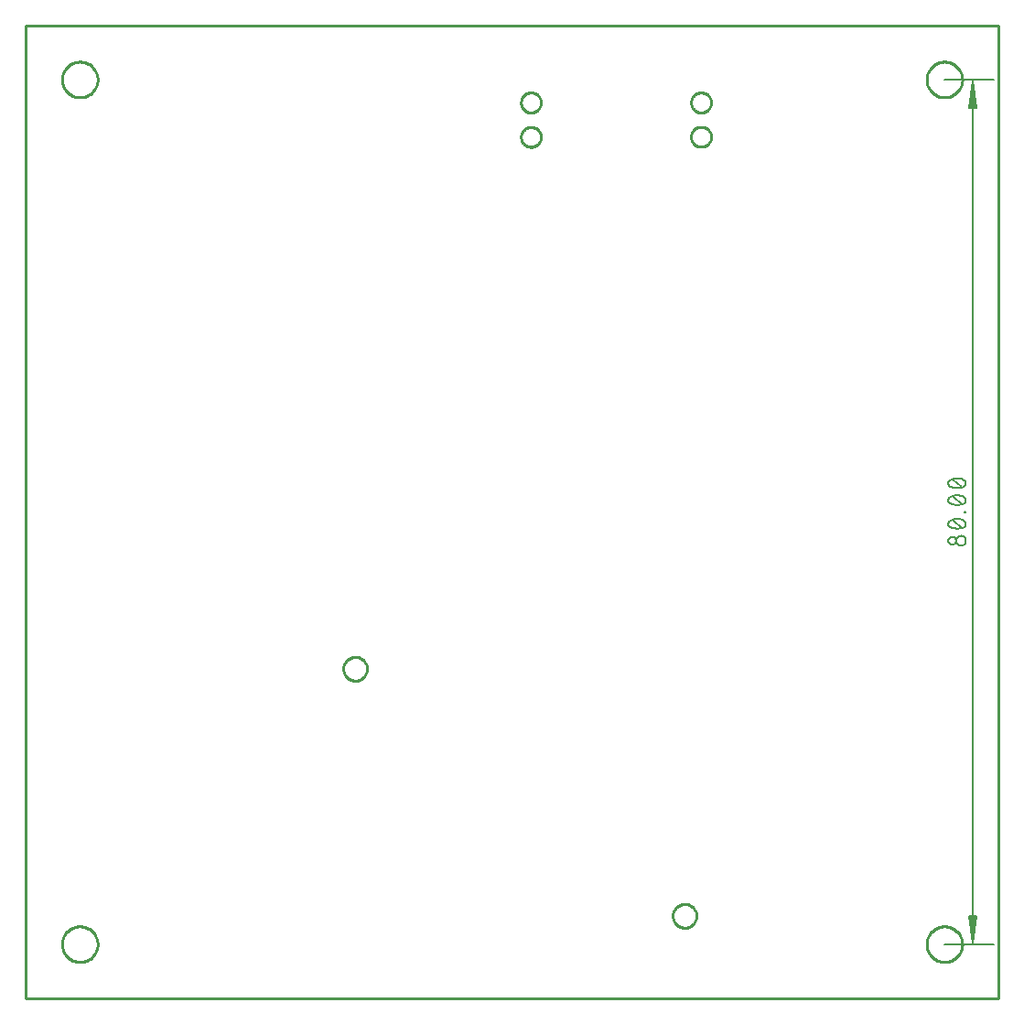
<source format=gbr>
G04 EAGLE Gerber RS-274X export*
G75*
%MOIN*%
%FSLAX34Y34*%
%LPD*%
%IN*%
%IPPOS*%
%AMOC8*
5,1,8,0,0,1.08239X$1,22.5*%
G01*
%ADD10C,0.006000*%
%ADD11C,0.005118*%
%ADD12C,0.000000*%
%ADD13C,0.010000*%


D10*
X0Y0D02*
X0Y35433D01*
X35433Y35433D01*
X35433Y0D01*
X0Y0D01*
D11*
X33465Y1969D02*
X35268Y1969D01*
X35268Y33465D02*
X33465Y33465D01*
X34500Y33439D02*
X34500Y1994D01*
X34374Y2992D01*
X34626Y2992D01*
X34500Y1994D01*
X34449Y2992D01*
X34551Y2992D02*
X34500Y1994D01*
X34398Y2992D01*
X34602Y2992D02*
X34500Y1994D01*
X34374Y32441D02*
X34500Y33439D01*
X34374Y32441D02*
X34626Y32441D01*
X34500Y33439D01*
X34449Y32441D01*
X34551Y32441D02*
X34500Y33439D01*
X34398Y32441D01*
X34602Y32441D02*
X34500Y33439D01*
D10*
X34066Y16846D02*
X34041Y16844D01*
X34016Y16839D01*
X33992Y16830D01*
X33970Y16818D01*
X33949Y16803D01*
X33931Y16785D01*
X33916Y16764D01*
X33904Y16742D01*
X33895Y16718D01*
X33890Y16693D01*
X33888Y16668D01*
X33890Y16643D01*
X33895Y16618D01*
X33904Y16594D01*
X33916Y16572D01*
X33931Y16551D01*
X33949Y16533D01*
X33970Y16518D01*
X33992Y16506D01*
X34016Y16497D01*
X34041Y16492D01*
X34066Y16490D01*
X34091Y16492D01*
X34116Y16497D01*
X34140Y16506D01*
X34162Y16518D01*
X34183Y16533D01*
X34201Y16551D01*
X34216Y16572D01*
X34228Y16594D01*
X34237Y16618D01*
X34242Y16643D01*
X34244Y16668D01*
X34242Y16693D01*
X34237Y16718D01*
X34228Y16742D01*
X34216Y16764D01*
X34201Y16785D01*
X34183Y16803D01*
X34162Y16818D01*
X34140Y16830D01*
X34116Y16839D01*
X34091Y16844D01*
X34066Y16846D01*
X33746Y16810D02*
X33724Y16808D01*
X33702Y16803D01*
X33682Y16795D01*
X33663Y16783D01*
X33646Y16768D01*
X33631Y16751D01*
X33619Y16732D01*
X33611Y16712D01*
X33606Y16690D01*
X33604Y16668D01*
X33606Y16646D01*
X33611Y16624D01*
X33619Y16604D01*
X33631Y16585D01*
X33646Y16568D01*
X33663Y16553D01*
X33682Y16541D01*
X33702Y16533D01*
X33724Y16528D01*
X33746Y16526D01*
X33768Y16528D01*
X33790Y16533D01*
X33810Y16541D01*
X33829Y16553D01*
X33846Y16568D01*
X33861Y16585D01*
X33873Y16604D01*
X33881Y16624D01*
X33886Y16646D01*
X33888Y16668D01*
X33886Y16690D01*
X33881Y16712D01*
X33873Y16732D01*
X33861Y16751D01*
X33846Y16768D01*
X33829Y16783D01*
X33810Y16795D01*
X33790Y16803D01*
X33768Y16808D01*
X33746Y16810D01*
X33924Y17106D02*
X33884Y17108D01*
X33845Y17112D01*
X33806Y17119D01*
X33767Y17130D01*
X33730Y17143D01*
X33693Y17159D01*
X33692Y17158D02*
X33673Y17166D01*
X33656Y17177D01*
X33641Y17191D01*
X33628Y17206D01*
X33617Y17224D01*
X33609Y17243D01*
X33605Y17263D01*
X33603Y17283D01*
X33605Y17303D01*
X33609Y17323D01*
X33617Y17342D01*
X33628Y17360D01*
X33641Y17375D01*
X33656Y17389D01*
X33673Y17400D01*
X33692Y17408D01*
X33693Y17408D02*
X33730Y17424D01*
X33767Y17437D01*
X33806Y17448D01*
X33845Y17455D01*
X33884Y17459D01*
X33924Y17461D01*
X33924Y17106D02*
X33964Y17108D01*
X34003Y17112D01*
X34042Y17119D01*
X34081Y17130D01*
X34118Y17143D01*
X34155Y17159D01*
X34155Y17158D02*
X34174Y17166D01*
X34191Y17177D01*
X34206Y17191D01*
X34219Y17206D01*
X34230Y17224D01*
X34238Y17243D01*
X34242Y17263D01*
X34244Y17283D01*
X34155Y17408D02*
X34118Y17424D01*
X34081Y17437D01*
X34042Y17448D01*
X34003Y17455D01*
X33964Y17459D01*
X33924Y17461D01*
X34155Y17408D02*
X34174Y17400D01*
X34191Y17389D01*
X34206Y17375D01*
X34219Y17360D01*
X34230Y17342D01*
X34238Y17323D01*
X34242Y17303D01*
X34244Y17283D01*
X34102Y17141D02*
X33746Y17426D01*
X34208Y17696D02*
X34244Y17696D01*
X34208Y17696D02*
X34208Y17732D01*
X34244Y17732D01*
X34244Y17696D01*
X33924Y17968D02*
X33884Y17970D01*
X33845Y17974D01*
X33806Y17981D01*
X33767Y17992D01*
X33730Y18005D01*
X33693Y18021D01*
X33692Y18020D02*
X33673Y18028D01*
X33656Y18039D01*
X33641Y18053D01*
X33628Y18068D01*
X33617Y18086D01*
X33609Y18105D01*
X33605Y18125D01*
X33603Y18145D01*
X33605Y18165D01*
X33609Y18185D01*
X33617Y18204D01*
X33628Y18222D01*
X33641Y18237D01*
X33656Y18251D01*
X33673Y18262D01*
X33692Y18270D01*
X33693Y18269D02*
X33730Y18285D01*
X33767Y18298D01*
X33806Y18309D01*
X33845Y18316D01*
X33884Y18320D01*
X33924Y18322D01*
X33924Y17968D02*
X33964Y17970D01*
X34003Y17974D01*
X34042Y17981D01*
X34081Y17992D01*
X34118Y18005D01*
X34155Y18021D01*
X34155Y18020D02*
X34174Y18028D01*
X34191Y18039D01*
X34206Y18053D01*
X34219Y18068D01*
X34230Y18086D01*
X34238Y18105D01*
X34242Y18125D01*
X34244Y18145D01*
X34155Y18269D02*
X34118Y18285D01*
X34081Y18298D01*
X34042Y18309D01*
X34003Y18316D01*
X33964Y18320D01*
X33924Y18322D01*
X34155Y18270D02*
X34174Y18262D01*
X34191Y18251D01*
X34206Y18237D01*
X34219Y18222D01*
X34230Y18204D01*
X34238Y18185D01*
X34242Y18165D01*
X34244Y18145D01*
X34102Y18003D02*
X33746Y18287D01*
X33924Y18583D02*
X33884Y18585D01*
X33845Y18589D01*
X33806Y18596D01*
X33767Y18607D01*
X33730Y18620D01*
X33693Y18636D01*
X33692Y18635D02*
X33673Y18643D01*
X33656Y18654D01*
X33641Y18668D01*
X33628Y18683D01*
X33617Y18701D01*
X33609Y18720D01*
X33605Y18740D01*
X33603Y18760D01*
X33605Y18780D01*
X33609Y18800D01*
X33617Y18819D01*
X33628Y18837D01*
X33641Y18852D01*
X33656Y18866D01*
X33673Y18877D01*
X33692Y18885D01*
X33693Y18885D02*
X33730Y18901D01*
X33767Y18914D01*
X33806Y18925D01*
X33845Y18932D01*
X33884Y18936D01*
X33924Y18938D01*
X33924Y18583D02*
X33964Y18585D01*
X34003Y18589D01*
X34042Y18596D01*
X34081Y18607D01*
X34118Y18620D01*
X34155Y18636D01*
X34155Y18635D02*
X34174Y18643D01*
X34191Y18654D01*
X34206Y18668D01*
X34219Y18683D01*
X34230Y18701D01*
X34238Y18720D01*
X34242Y18740D01*
X34244Y18760D01*
X34155Y18885D02*
X34118Y18901D01*
X34081Y18914D01*
X34042Y18925D01*
X34003Y18932D01*
X33964Y18936D01*
X33924Y18938D01*
X34155Y18885D02*
X34174Y18877D01*
X34191Y18866D01*
X34206Y18852D01*
X34219Y18837D01*
X34230Y18819D01*
X34238Y18800D01*
X34242Y18780D01*
X34244Y18760D01*
X34102Y18618D02*
X33746Y18903D01*
D12*
X1319Y1969D02*
X1321Y2019D01*
X1327Y2069D01*
X1337Y2119D01*
X1350Y2167D01*
X1367Y2215D01*
X1388Y2261D01*
X1412Y2305D01*
X1440Y2347D01*
X1471Y2387D01*
X1505Y2424D01*
X1542Y2459D01*
X1581Y2490D01*
X1622Y2519D01*
X1666Y2544D01*
X1712Y2566D01*
X1759Y2584D01*
X1807Y2598D01*
X1856Y2609D01*
X1906Y2616D01*
X1956Y2619D01*
X2007Y2618D01*
X2057Y2613D01*
X2107Y2604D01*
X2155Y2592D01*
X2203Y2575D01*
X2249Y2555D01*
X2294Y2532D01*
X2337Y2505D01*
X2377Y2475D01*
X2415Y2442D01*
X2450Y2406D01*
X2483Y2367D01*
X2512Y2326D01*
X2538Y2283D01*
X2561Y2238D01*
X2580Y2191D01*
X2595Y2143D01*
X2607Y2094D01*
X2615Y2044D01*
X2619Y1994D01*
X2619Y1944D01*
X2615Y1894D01*
X2607Y1844D01*
X2595Y1795D01*
X2580Y1747D01*
X2561Y1700D01*
X2538Y1655D01*
X2512Y1612D01*
X2483Y1571D01*
X2450Y1532D01*
X2415Y1496D01*
X2377Y1463D01*
X2337Y1433D01*
X2294Y1406D01*
X2249Y1383D01*
X2203Y1363D01*
X2155Y1346D01*
X2107Y1334D01*
X2057Y1325D01*
X2007Y1320D01*
X1956Y1319D01*
X1906Y1322D01*
X1856Y1329D01*
X1807Y1340D01*
X1759Y1354D01*
X1712Y1372D01*
X1666Y1394D01*
X1622Y1419D01*
X1581Y1448D01*
X1542Y1479D01*
X1505Y1514D01*
X1471Y1551D01*
X1440Y1591D01*
X1412Y1633D01*
X1388Y1677D01*
X1367Y1723D01*
X1350Y1771D01*
X1337Y1819D01*
X1327Y1869D01*
X1321Y1919D01*
X1319Y1969D01*
X32815Y33465D02*
X32817Y33515D01*
X32823Y33565D01*
X32833Y33615D01*
X32846Y33663D01*
X32863Y33711D01*
X32884Y33757D01*
X32908Y33801D01*
X32936Y33843D01*
X32967Y33883D01*
X33001Y33920D01*
X33038Y33955D01*
X33077Y33986D01*
X33118Y34015D01*
X33162Y34040D01*
X33208Y34062D01*
X33255Y34080D01*
X33303Y34094D01*
X33352Y34105D01*
X33402Y34112D01*
X33452Y34115D01*
X33503Y34114D01*
X33553Y34109D01*
X33603Y34100D01*
X33651Y34088D01*
X33699Y34071D01*
X33745Y34051D01*
X33790Y34028D01*
X33833Y34001D01*
X33873Y33971D01*
X33911Y33938D01*
X33946Y33902D01*
X33979Y33863D01*
X34008Y33822D01*
X34034Y33779D01*
X34057Y33734D01*
X34076Y33687D01*
X34091Y33639D01*
X34103Y33590D01*
X34111Y33540D01*
X34115Y33490D01*
X34115Y33440D01*
X34111Y33390D01*
X34103Y33340D01*
X34091Y33291D01*
X34076Y33243D01*
X34057Y33196D01*
X34034Y33151D01*
X34008Y33108D01*
X33979Y33067D01*
X33946Y33028D01*
X33911Y32992D01*
X33873Y32959D01*
X33833Y32929D01*
X33790Y32902D01*
X33745Y32879D01*
X33699Y32859D01*
X33651Y32842D01*
X33603Y32830D01*
X33553Y32821D01*
X33503Y32816D01*
X33452Y32815D01*
X33402Y32818D01*
X33352Y32825D01*
X33303Y32836D01*
X33255Y32850D01*
X33208Y32868D01*
X33162Y32890D01*
X33118Y32915D01*
X33077Y32944D01*
X33038Y32975D01*
X33001Y33010D01*
X32967Y33047D01*
X32936Y33087D01*
X32908Y33129D01*
X32884Y33173D01*
X32863Y33219D01*
X32846Y33267D01*
X32833Y33315D01*
X32823Y33365D01*
X32817Y33415D01*
X32815Y33465D01*
X32815Y1969D02*
X32817Y2019D01*
X32823Y2069D01*
X32833Y2119D01*
X32846Y2167D01*
X32863Y2215D01*
X32884Y2261D01*
X32908Y2305D01*
X32936Y2347D01*
X32967Y2387D01*
X33001Y2424D01*
X33038Y2459D01*
X33077Y2490D01*
X33118Y2519D01*
X33162Y2544D01*
X33208Y2566D01*
X33255Y2584D01*
X33303Y2598D01*
X33352Y2609D01*
X33402Y2616D01*
X33452Y2619D01*
X33503Y2618D01*
X33553Y2613D01*
X33603Y2604D01*
X33651Y2592D01*
X33699Y2575D01*
X33745Y2555D01*
X33790Y2532D01*
X33833Y2505D01*
X33873Y2475D01*
X33911Y2442D01*
X33946Y2406D01*
X33979Y2367D01*
X34008Y2326D01*
X34034Y2283D01*
X34057Y2238D01*
X34076Y2191D01*
X34091Y2143D01*
X34103Y2094D01*
X34111Y2044D01*
X34115Y1994D01*
X34115Y1944D01*
X34111Y1894D01*
X34103Y1844D01*
X34091Y1795D01*
X34076Y1747D01*
X34057Y1700D01*
X34034Y1655D01*
X34008Y1612D01*
X33979Y1571D01*
X33946Y1532D01*
X33911Y1496D01*
X33873Y1463D01*
X33833Y1433D01*
X33790Y1406D01*
X33745Y1383D01*
X33699Y1363D01*
X33651Y1346D01*
X33603Y1334D01*
X33553Y1325D01*
X33503Y1320D01*
X33452Y1319D01*
X33402Y1322D01*
X33352Y1329D01*
X33303Y1340D01*
X33255Y1354D01*
X33208Y1372D01*
X33162Y1394D01*
X33118Y1419D01*
X33077Y1448D01*
X33038Y1479D01*
X33001Y1514D01*
X32967Y1551D01*
X32936Y1591D01*
X32908Y1633D01*
X32884Y1677D01*
X32863Y1723D01*
X32846Y1771D01*
X32833Y1819D01*
X32823Y1869D01*
X32817Y1919D01*
X32815Y1969D01*
X1319Y33465D02*
X1321Y33515D01*
X1327Y33565D01*
X1337Y33615D01*
X1350Y33663D01*
X1367Y33711D01*
X1388Y33757D01*
X1412Y33801D01*
X1440Y33843D01*
X1471Y33883D01*
X1505Y33920D01*
X1542Y33955D01*
X1581Y33986D01*
X1622Y34015D01*
X1666Y34040D01*
X1712Y34062D01*
X1759Y34080D01*
X1807Y34094D01*
X1856Y34105D01*
X1906Y34112D01*
X1956Y34115D01*
X2007Y34114D01*
X2057Y34109D01*
X2107Y34100D01*
X2155Y34088D01*
X2203Y34071D01*
X2249Y34051D01*
X2294Y34028D01*
X2337Y34001D01*
X2377Y33971D01*
X2415Y33938D01*
X2450Y33902D01*
X2483Y33863D01*
X2512Y33822D01*
X2538Y33779D01*
X2561Y33734D01*
X2580Y33687D01*
X2595Y33639D01*
X2607Y33590D01*
X2615Y33540D01*
X2619Y33490D01*
X2619Y33440D01*
X2615Y33390D01*
X2607Y33340D01*
X2595Y33291D01*
X2580Y33243D01*
X2561Y33196D01*
X2538Y33151D01*
X2512Y33108D01*
X2483Y33067D01*
X2450Y33028D01*
X2415Y32992D01*
X2377Y32959D01*
X2337Y32929D01*
X2294Y32902D01*
X2249Y32879D01*
X2203Y32859D01*
X2155Y32842D01*
X2107Y32830D01*
X2057Y32821D01*
X2007Y32816D01*
X1956Y32815D01*
X1906Y32818D01*
X1856Y32825D01*
X1807Y32836D01*
X1759Y32850D01*
X1712Y32868D01*
X1666Y32890D01*
X1622Y32915D01*
X1581Y32944D01*
X1542Y32975D01*
X1505Y33010D01*
X1471Y33047D01*
X1440Y33087D01*
X1412Y33129D01*
X1388Y33173D01*
X1367Y33219D01*
X1350Y33267D01*
X1337Y33315D01*
X1327Y33365D01*
X1321Y33415D01*
X1319Y33465D01*
X11570Y12000D02*
X11572Y12041D01*
X11578Y12081D01*
X11587Y12121D01*
X11601Y12160D01*
X11618Y12197D01*
X11638Y12232D01*
X11662Y12266D01*
X11689Y12297D01*
X11718Y12325D01*
X11751Y12350D01*
X11785Y12372D01*
X11821Y12391D01*
X11859Y12406D01*
X11899Y12418D01*
X11939Y12426D01*
X11980Y12430D01*
X12020Y12430D01*
X12061Y12426D01*
X12101Y12418D01*
X12141Y12406D01*
X12179Y12391D01*
X12215Y12372D01*
X12249Y12350D01*
X12282Y12325D01*
X12311Y12297D01*
X12338Y12266D01*
X12362Y12232D01*
X12382Y12197D01*
X12399Y12160D01*
X12413Y12121D01*
X12422Y12081D01*
X12428Y12041D01*
X12430Y12000D01*
X12428Y11959D01*
X12422Y11919D01*
X12413Y11879D01*
X12399Y11840D01*
X12382Y11803D01*
X12362Y11768D01*
X12338Y11734D01*
X12311Y11703D01*
X12282Y11675D01*
X12249Y11650D01*
X12215Y11628D01*
X12179Y11609D01*
X12141Y11594D01*
X12101Y11582D01*
X12061Y11574D01*
X12020Y11570D01*
X11980Y11570D01*
X11939Y11574D01*
X11899Y11582D01*
X11859Y11594D01*
X11821Y11609D01*
X11785Y11628D01*
X11751Y11650D01*
X11718Y11675D01*
X11689Y11703D01*
X11662Y11734D01*
X11638Y11768D01*
X11618Y11803D01*
X11601Y11840D01*
X11587Y11879D01*
X11578Y11919D01*
X11572Y11959D01*
X11570Y12000D01*
X23570Y3000D02*
X23572Y3041D01*
X23578Y3081D01*
X23587Y3121D01*
X23601Y3160D01*
X23618Y3197D01*
X23638Y3232D01*
X23662Y3266D01*
X23689Y3297D01*
X23718Y3325D01*
X23751Y3350D01*
X23785Y3372D01*
X23821Y3391D01*
X23859Y3406D01*
X23899Y3418D01*
X23939Y3426D01*
X23980Y3430D01*
X24020Y3430D01*
X24061Y3426D01*
X24101Y3418D01*
X24141Y3406D01*
X24179Y3391D01*
X24215Y3372D01*
X24249Y3350D01*
X24282Y3325D01*
X24311Y3297D01*
X24338Y3266D01*
X24362Y3232D01*
X24382Y3197D01*
X24399Y3160D01*
X24413Y3121D01*
X24422Y3081D01*
X24428Y3041D01*
X24430Y3000D01*
X24428Y2959D01*
X24422Y2919D01*
X24413Y2879D01*
X24399Y2840D01*
X24382Y2803D01*
X24362Y2768D01*
X24338Y2734D01*
X24311Y2703D01*
X24282Y2675D01*
X24249Y2650D01*
X24215Y2628D01*
X24179Y2609D01*
X24141Y2594D01*
X24101Y2582D01*
X24061Y2574D01*
X24020Y2570D01*
X23980Y2570D01*
X23939Y2574D01*
X23899Y2582D01*
X23859Y2594D01*
X23821Y2609D01*
X23785Y2628D01*
X23751Y2650D01*
X23718Y2675D01*
X23689Y2703D01*
X23662Y2734D01*
X23638Y2768D01*
X23618Y2803D01*
X23601Y2840D01*
X23587Y2879D01*
X23578Y2919D01*
X23572Y2959D01*
X23570Y3000D01*
X18038Y32626D02*
X18040Y32664D01*
X18046Y32702D01*
X18056Y32738D01*
X18069Y32774D01*
X18087Y32808D01*
X18108Y32840D01*
X18131Y32870D01*
X18158Y32897D01*
X18188Y32920D01*
X18220Y32941D01*
X18254Y32959D01*
X18290Y32972D01*
X18326Y32982D01*
X18364Y32988D01*
X18402Y32990D01*
X18440Y32988D01*
X18478Y32982D01*
X18514Y32972D01*
X18550Y32959D01*
X18584Y32941D01*
X18616Y32920D01*
X18646Y32897D01*
X18673Y32870D01*
X18696Y32840D01*
X18717Y32808D01*
X18735Y32774D01*
X18748Y32738D01*
X18758Y32702D01*
X18764Y32664D01*
X18766Y32626D01*
X18764Y32588D01*
X18758Y32550D01*
X18748Y32514D01*
X18735Y32478D01*
X18717Y32444D01*
X18696Y32412D01*
X18673Y32382D01*
X18646Y32355D01*
X18616Y32332D01*
X18584Y32311D01*
X18550Y32293D01*
X18514Y32280D01*
X18478Y32270D01*
X18440Y32264D01*
X18402Y32262D01*
X18364Y32264D01*
X18326Y32270D01*
X18290Y32280D01*
X18254Y32293D01*
X18220Y32311D01*
X18188Y32332D01*
X18158Y32355D01*
X18131Y32382D01*
X18108Y32412D01*
X18087Y32444D01*
X18069Y32478D01*
X18056Y32514D01*
X18046Y32550D01*
X18040Y32588D01*
X18038Y32626D01*
X18038Y31374D02*
X18040Y31412D01*
X18046Y31450D01*
X18056Y31486D01*
X18069Y31522D01*
X18087Y31556D01*
X18108Y31588D01*
X18131Y31618D01*
X18158Y31645D01*
X18188Y31668D01*
X18220Y31689D01*
X18254Y31707D01*
X18290Y31720D01*
X18326Y31730D01*
X18364Y31736D01*
X18402Y31738D01*
X18440Y31736D01*
X18478Y31730D01*
X18514Y31720D01*
X18550Y31707D01*
X18584Y31689D01*
X18616Y31668D01*
X18646Y31645D01*
X18673Y31618D01*
X18696Y31588D01*
X18717Y31556D01*
X18735Y31522D01*
X18748Y31486D01*
X18758Y31450D01*
X18764Y31412D01*
X18766Y31374D01*
X18764Y31336D01*
X18758Y31298D01*
X18748Y31262D01*
X18735Y31226D01*
X18717Y31192D01*
X18696Y31160D01*
X18673Y31130D01*
X18646Y31103D01*
X18616Y31080D01*
X18584Y31059D01*
X18550Y31041D01*
X18514Y31028D01*
X18478Y31018D01*
X18440Y31012D01*
X18402Y31010D01*
X18364Y31012D01*
X18326Y31018D01*
X18290Y31028D01*
X18254Y31041D01*
X18220Y31059D01*
X18188Y31080D01*
X18158Y31103D01*
X18131Y31130D01*
X18108Y31160D01*
X18087Y31192D01*
X18069Y31226D01*
X18056Y31262D01*
X18046Y31298D01*
X18040Y31336D01*
X18038Y31374D01*
X24234Y32626D02*
X24236Y32664D01*
X24242Y32702D01*
X24252Y32738D01*
X24265Y32774D01*
X24283Y32808D01*
X24304Y32840D01*
X24327Y32870D01*
X24354Y32897D01*
X24384Y32920D01*
X24416Y32941D01*
X24450Y32959D01*
X24486Y32972D01*
X24522Y32982D01*
X24560Y32988D01*
X24598Y32990D01*
X24636Y32988D01*
X24674Y32982D01*
X24710Y32972D01*
X24746Y32959D01*
X24780Y32941D01*
X24812Y32920D01*
X24842Y32897D01*
X24869Y32870D01*
X24892Y32840D01*
X24913Y32808D01*
X24931Y32774D01*
X24944Y32738D01*
X24954Y32702D01*
X24960Y32664D01*
X24962Y32626D01*
X24960Y32588D01*
X24954Y32550D01*
X24944Y32514D01*
X24931Y32478D01*
X24913Y32444D01*
X24892Y32412D01*
X24869Y32382D01*
X24842Y32355D01*
X24812Y32332D01*
X24780Y32311D01*
X24746Y32293D01*
X24710Y32280D01*
X24674Y32270D01*
X24636Y32264D01*
X24598Y32262D01*
X24560Y32264D01*
X24522Y32270D01*
X24486Y32280D01*
X24450Y32293D01*
X24416Y32311D01*
X24384Y32332D01*
X24354Y32355D01*
X24327Y32382D01*
X24304Y32412D01*
X24283Y32444D01*
X24265Y32478D01*
X24252Y32514D01*
X24242Y32550D01*
X24236Y32588D01*
X24234Y32626D01*
X24234Y31378D02*
X24236Y31416D01*
X24242Y31454D01*
X24252Y31490D01*
X24265Y31526D01*
X24283Y31560D01*
X24304Y31592D01*
X24327Y31622D01*
X24354Y31649D01*
X24384Y31672D01*
X24416Y31693D01*
X24450Y31711D01*
X24486Y31724D01*
X24522Y31734D01*
X24560Y31740D01*
X24598Y31742D01*
X24636Y31740D01*
X24674Y31734D01*
X24710Y31724D01*
X24746Y31711D01*
X24780Y31693D01*
X24812Y31672D01*
X24842Y31649D01*
X24869Y31622D01*
X24892Y31592D01*
X24913Y31560D01*
X24931Y31526D01*
X24944Y31490D01*
X24954Y31454D01*
X24960Y31416D01*
X24962Y31378D01*
X24960Y31340D01*
X24954Y31302D01*
X24944Y31266D01*
X24931Y31230D01*
X24913Y31196D01*
X24892Y31164D01*
X24869Y31134D01*
X24842Y31107D01*
X24812Y31084D01*
X24780Y31063D01*
X24746Y31045D01*
X24710Y31032D01*
X24674Y31022D01*
X24636Y31016D01*
X24598Y31014D01*
X24560Y31016D01*
X24522Y31022D01*
X24486Y31032D01*
X24450Y31045D01*
X24416Y31063D01*
X24384Y31084D01*
X24354Y31107D01*
X24327Y31134D01*
X24304Y31164D01*
X24283Y31196D01*
X24265Y31230D01*
X24252Y31266D01*
X24242Y31302D01*
X24236Y31340D01*
X24234Y31378D01*
D13*
X0Y0D02*
X35433Y0D01*
X35433Y35433D01*
X0Y35433D01*
X0Y0D01*
X2618Y1947D02*
X2615Y1905D01*
X2610Y1863D01*
X2601Y1821D01*
X2590Y1780D01*
X2577Y1740D01*
X2561Y1700D01*
X2542Y1662D01*
X2520Y1625D01*
X2497Y1590D01*
X2471Y1556D01*
X2443Y1524D01*
X2413Y1494D01*
X2381Y1466D01*
X2347Y1440D01*
X2312Y1417D01*
X2275Y1395D01*
X2237Y1376D01*
X2197Y1360D01*
X2157Y1347D01*
X2116Y1336D01*
X2074Y1327D01*
X2032Y1322D01*
X1990Y1319D01*
X1947Y1319D01*
X1905Y1322D01*
X1863Y1327D01*
X1821Y1336D01*
X1780Y1347D01*
X1740Y1360D01*
X1700Y1376D01*
X1662Y1395D01*
X1625Y1417D01*
X1590Y1440D01*
X1556Y1466D01*
X1524Y1494D01*
X1494Y1524D01*
X1466Y1556D01*
X1440Y1590D01*
X1417Y1625D01*
X1395Y1662D01*
X1376Y1700D01*
X1360Y1740D01*
X1347Y1780D01*
X1336Y1821D01*
X1327Y1863D01*
X1322Y1905D01*
X1319Y1947D01*
X1319Y1990D01*
X1322Y2032D01*
X1327Y2074D01*
X1336Y2116D01*
X1347Y2157D01*
X1360Y2197D01*
X1376Y2237D01*
X1395Y2275D01*
X1417Y2312D01*
X1440Y2347D01*
X1466Y2381D01*
X1494Y2413D01*
X1524Y2443D01*
X1556Y2471D01*
X1590Y2497D01*
X1625Y2520D01*
X1662Y2542D01*
X1700Y2561D01*
X1740Y2577D01*
X1780Y2590D01*
X1821Y2601D01*
X1863Y2610D01*
X1905Y2615D01*
X1947Y2618D01*
X1990Y2618D01*
X2032Y2615D01*
X2074Y2610D01*
X2116Y2601D01*
X2157Y2590D01*
X2197Y2577D01*
X2237Y2561D01*
X2275Y2542D01*
X2312Y2520D01*
X2347Y2497D01*
X2381Y2471D01*
X2413Y2443D01*
X2443Y2413D01*
X2471Y2381D01*
X2497Y2347D01*
X2520Y2312D01*
X2542Y2275D01*
X2561Y2237D01*
X2577Y2197D01*
X2590Y2157D01*
X2601Y2116D01*
X2610Y2074D01*
X2615Y2032D01*
X2618Y1990D01*
X2618Y1947D01*
X34114Y33443D02*
X34111Y33401D01*
X34106Y33359D01*
X34098Y33317D01*
X34087Y33276D01*
X34073Y33236D01*
X34057Y33196D01*
X34038Y33158D01*
X34017Y33121D01*
X33993Y33086D01*
X33967Y33052D01*
X33939Y33020D01*
X33909Y32990D01*
X33877Y32962D01*
X33843Y32936D01*
X33808Y32913D01*
X33771Y32891D01*
X33733Y32873D01*
X33694Y32856D01*
X33653Y32843D01*
X33612Y32832D01*
X33570Y32823D01*
X33528Y32818D01*
X33486Y32815D01*
X33443Y32815D01*
X33401Y32818D01*
X33359Y32823D01*
X33317Y32832D01*
X33276Y32843D01*
X33236Y32856D01*
X33196Y32873D01*
X33158Y32891D01*
X33121Y32913D01*
X33086Y32936D01*
X33052Y32962D01*
X33020Y32990D01*
X32990Y33020D01*
X32962Y33052D01*
X32936Y33086D01*
X32913Y33121D01*
X32891Y33158D01*
X32873Y33196D01*
X32856Y33236D01*
X32843Y33276D01*
X32832Y33317D01*
X32823Y33359D01*
X32818Y33401D01*
X32815Y33443D01*
X32815Y33486D01*
X32818Y33528D01*
X32823Y33570D01*
X32832Y33612D01*
X32843Y33653D01*
X32856Y33694D01*
X32873Y33733D01*
X32891Y33771D01*
X32913Y33808D01*
X32936Y33843D01*
X32962Y33877D01*
X32990Y33909D01*
X33020Y33939D01*
X33052Y33967D01*
X33086Y33993D01*
X33121Y34017D01*
X33158Y34038D01*
X33196Y34057D01*
X33236Y34073D01*
X33276Y34087D01*
X33317Y34098D01*
X33359Y34106D01*
X33401Y34111D01*
X33443Y34114D01*
X33486Y34114D01*
X33528Y34111D01*
X33570Y34106D01*
X33612Y34098D01*
X33653Y34087D01*
X33694Y34073D01*
X33733Y34057D01*
X33771Y34038D01*
X33808Y34017D01*
X33843Y33993D01*
X33877Y33967D01*
X33909Y33939D01*
X33939Y33909D01*
X33967Y33877D01*
X33993Y33843D01*
X34017Y33808D01*
X34038Y33771D01*
X34057Y33733D01*
X34073Y33694D01*
X34087Y33653D01*
X34098Y33612D01*
X34106Y33570D01*
X34111Y33528D01*
X34114Y33486D01*
X34114Y33443D01*
X34114Y1947D02*
X34111Y1905D01*
X34106Y1863D01*
X34098Y1821D01*
X34087Y1780D01*
X34073Y1740D01*
X34057Y1700D01*
X34038Y1662D01*
X34017Y1625D01*
X33993Y1590D01*
X33967Y1556D01*
X33939Y1524D01*
X33909Y1494D01*
X33877Y1466D01*
X33843Y1440D01*
X33808Y1417D01*
X33771Y1395D01*
X33733Y1376D01*
X33694Y1360D01*
X33653Y1347D01*
X33612Y1336D01*
X33570Y1327D01*
X33528Y1322D01*
X33486Y1319D01*
X33443Y1319D01*
X33401Y1322D01*
X33359Y1327D01*
X33317Y1336D01*
X33276Y1347D01*
X33236Y1360D01*
X33196Y1376D01*
X33158Y1395D01*
X33121Y1417D01*
X33086Y1440D01*
X33052Y1466D01*
X33020Y1494D01*
X32990Y1524D01*
X32962Y1556D01*
X32936Y1590D01*
X32913Y1625D01*
X32891Y1662D01*
X32873Y1700D01*
X32856Y1740D01*
X32843Y1780D01*
X32832Y1821D01*
X32823Y1863D01*
X32818Y1905D01*
X32815Y1947D01*
X32815Y1990D01*
X32818Y2032D01*
X32823Y2074D01*
X32832Y2116D01*
X32843Y2157D01*
X32856Y2197D01*
X32873Y2237D01*
X32891Y2275D01*
X32913Y2312D01*
X32936Y2347D01*
X32962Y2381D01*
X32990Y2413D01*
X33020Y2443D01*
X33052Y2471D01*
X33086Y2497D01*
X33121Y2520D01*
X33158Y2542D01*
X33196Y2561D01*
X33236Y2577D01*
X33276Y2590D01*
X33317Y2601D01*
X33359Y2610D01*
X33401Y2615D01*
X33443Y2618D01*
X33486Y2618D01*
X33528Y2615D01*
X33570Y2610D01*
X33612Y2601D01*
X33653Y2590D01*
X33694Y2577D01*
X33733Y2561D01*
X33771Y2542D01*
X33808Y2520D01*
X33843Y2497D01*
X33877Y2471D01*
X33909Y2443D01*
X33939Y2413D01*
X33967Y2381D01*
X33993Y2347D01*
X34017Y2312D01*
X34038Y2275D01*
X34057Y2237D01*
X34073Y2197D01*
X34087Y2157D01*
X34098Y2116D01*
X34106Y2074D01*
X34111Y2032D01*
X34114Y1990D01*
X34114Y1947D01*
X2618Y33443D02*
X2615Y33401D01*
X2610Y33359D01*
X2601Y33317D01*
X2590Y33276D01*
X2577Y33236D01*
X2561Y33196D01*
X2542Y33158D01*
X2520Y33121D01*
X2497Y33086D01*
X2471Y33052D01*
X2443Y33020D01*
X2413Y32990D01*
X2381Y32962D01*
X2347Y32936D01*
X2312Y32913D01*
X2275Y32891D01*
X2237Y32873D01*
X2197Y32856D01*
X2157Y32843D01*
X2116Y32832D01*
X2074Y32823D01*
X2032Y32818D01*
X1990Y32815D01*
X1947Y32815D01*
X1905Y32818D01*
X1863Y32823D01*
X1821Y32832D01*
X1780Y32843D01*
X1740Y32856D01*
X1700Y32873D01*
X1662Y32891D01*
X1625Y32913D01*
X1590Y32936D01*
X1556Y32962D01*
X1524Y32990D01*
X1494Y33020D01*
X1466Y33052D01*
X1440Y33086D01*
X1417Y33121D01*
X1395Y33158D01*
X1376Y33196D01*
X1360Y33236D01*
X1347Y33276D01*
X1336Y33317D01*
X1327Y33359D01*
X1322Y33401D01*
X1319Y33443D01*
X1319Y33486D01*
X1322Y33528D01*
X1327Y33570D01*
X1336Y33612D01*
X1347Y33653D01*
X1360Y33694D01*
X1376Y33733D01*
X1395Y33771D01*
X1417Y33808D01*
X1440Y33843D01*
X1466Y33877D01*
X1494Y33909D01*
X1524Y33939D01*
X1556Y33967D01*
X1590Y33993D01*
X1625Y34017D01*
X1662Y34038D01*
X1700Y34057D01*
X1740Y34073D01*
X1780Y34087D01*
X1821Y34098D01*
X1863Y34106D01*
X1905Y34111D01*
X1947Y34114D01*
X1990Y34114D01*
X2032Y34111D01*
X2074Y34106D01*
X2116Y34098D01*
X2157Y34087D01*
X2197Y34073D01*
X2237Y34057D01*
X2275Y34038D01*
X2312Y34017D01*
X2347Y33993D01*
X2381Y33967D01*
X2413Y33939D01*
X2443Y33909D01*
X2471Y33877D01*
X2497Y33843D01*
X2520Y33808D01*
X2542Y33771D01*
X2561Y33733D01*
X2577Y33694D01*
X2590Y33653D01*
X2601Y33612D01*
X2610Y33570D01*
X2615Y33528D01*
X2618Y33486D01*
X2618Y33443D01*
X11983Y11570D02*
X11949Y11573D01*
X11916Y11578D01*
X11883Y11586D01*
X11851Y11596D01*
X11820Y11609D01*
X11790Y11625D01*
X11761Y11642D01*
X11734Y11662D01*
X11708Y11684D01*
X11684Y11708D01*
X11662Y11734D01*
X11642Y11761D01*
X11625Y11790D01*
X11609Y11820D01*
X11596Y11851D01*
X11586Y11883D01*
X11578Y11916D01*
X11573Y11949D01*
X11570Y11983D01*
X11570Y12017D01*
X11573Y12051D01*
X11578Y12084D01*
X11586Y12117D01*
X11596Y12149D01*
X11609Y12180D01*
X11625Y12210D01*
X11642Y12239D01*
X11662Y12266D01*
X11684Y12292D01*
X11708Y12316D01*
X11734Y12338D01*
X11761Y12358D01*
X11790Y12375D01*
X11820Y12391D01*
X11851Y12404D01*
X11883Y12414D01*
X11916Y12422D01*
X11949Y12427D01*
X11983Y12430D01*
X12017Y12430D01*
X12051Y12427D01*
X12084Y12422D01*
X12117Y12414D01*
X12149Y12404D01*
X12180Y12391D01*
X12210Y12375D01*
X12239Y12358D01*
X12266Y12338D01*
X12292Y12316D01*
X12316Y12292D01*
X12338Y12266D01*
X12358Y12239D01*
X12375Y12210D01*
X12391Y12180D01*
X12404Y12149D01*
X12414Y12117D01*
X12422Y12084D01*
X12427Y12051D01*
X12430Y12017D01*
X12430Y11983D01*
X12427Y11949D01*
X12422Y11916D01*
X12414Y11883D01*
X12404Y11851D01*
X12391Y11820D01*
X12375Y11790D01*
X12358Y11761D01*
X12338Y11734D01*
X12316Y11708D01*
X12292Y11684D01*
X12266Y11662D01*
X12239Y11642D01*
X12210Y11625D01*
X12180Y11609D01*
X12149Y11596D01*
X12117Y11586D01*
X12084Y11578D01*
X12051Y11573D01*
X12017Y11570D01*
X11983Y11570D01*
X23983Y2570D02*
X23949Y2573D01*
X23916Y2578D01*
X23883Y2586D01*
X23851Y2596D01*
X23820Y2609D01*
X23790Y2625D01*
X23761Y2642D01*
X23734Y2662D01*
X23708Y2684D01*
X23684Y2708D01*
X23662Y2734D01*
X23642Y2761D01*
X23625Y2790D01*
X23609Y2820D01*
X23596Y2851D01*
X23586Y2883D01*
X23578Y2916D01*
X23573Y2949D01*
X23570Y2983D01*
X23570Y3017D01*
X23573Y3051D01*
X23578Y3084D01*
X23586Y3117D01*
X23596Y3149D01*
X23609Y3180D01*
X23625Y3210D01*
X23642Y3239D01*
X23662Y3266D01*
X23684Y3292D01*
X23708Y3316D01*
X23734Y3338D01*
X23761Y3358D01*
X23790Y3375D01*
X23820Y3391D01*
X23851Y3404D01*
X23883Y3414D01*
X23916Y3422D01*
X23949Y3427D01*
X23983Y3430D01*
X24017Y3430D01*
X24051Y3427D01*
X24084Y3422D01*
X24117Y3414D01*
X24149Y3404D01*
X24180Y3391D01*
X24210Y3375D01*
X24239Y3358D01*
X24266Y3338D01*
X24292Y3316D01*
X24316Y3292D01*
X24338Y3266D01*
X24358Y3239D01*
X24375Y3210D01*
X24391Y3180D01*
X24404Y3149D01*
X24414Y3117D01*
X24422Y3084D01*
X24427Y3051D01*
X24430Y3017D01*
X24430Y2983D01*
X24427Y2949D01*
X24422Y2916D01*
X24414Y2883D01*
X24404Y2851D01*
X24391Y2820D01*
X24375Y2790D01*
X24358Y2761D01*
X24338Y2734D01*
X24316Y2708D01*
X24292Y2684D01*
X24266Y2662D01*
X24239Y2642D01*
X24210Y2625D01*
X24180Y2609D01*
X24149Y2596D01*
X24117Y2586D01*
X24084Y2578D01*
X24051Y2573D01*
X24017Y2570D01*
X23983Y2570D01*
X18417Y32990D02*
X18449Y32987D01*
X18480Y32982D01*
X18511Y32974D01*
X18541Y32963D01*
X18570Y32949D01*
X18597Y32933D01*
X18623Y32915D01*
X18648Y32895D01*
X18670Y32872D01*
X18691Y32848D01*
X18709Y32822D01*
X18725Y32794D01*
X18738Y32765D01*
X18749Y32736D01*
X18757Y32705D01*
X18763Y32674D01*
X18766Y32642D01*
X18766Y32610D01*
X18763Y32578D01*
X18757Y32547D01*
X18749Y32516D01*
X18738Y32486D01*
X18725Y32458D01*
X18709Y32430D01*
X18691Y32404D01*
X18670Y32380D01*
X18648Y32357D01*
X18623Y32337D01*
X18597Y32319D01*
X18570Y32303D01*
X18541Y32289D01*
X18511Y32278D01*
X18480Y32270D01*
X18449Y32265D01*
X18417Y32262D01*
X18386Y32262D01*
X18354Y32265D01*
X18323Y32270D01*
X18292Y32278D01*
X18262Y32289D01*
X18233Y32303D01*
X18206Y32319D01*
X18180Y32337D01*
X18155Y32357D01*
X18133Y32380D01*
X18112Y32404D01*
X18094Y32430D01*
X18078Y32458D01*
X18065Y32486D01*
X18054Y32516D01*
X18046Y32547D01*
X18040Y32578D01*
X18037Y32610D01*
X18037Y32642D01*
X18040Y32674D01*
X18046Y32705D01*
X18054Y32736D01*
X18065Y32765D01*
X18078Y32794D01*
X18094Y32822D01*
X18112Y32848D01*
X18133Y32872D01*
X18155Y32895D01*
X18180Y32915D01*
X18206Y32933D01*
X18233Y32949D01*
X18262Y32963D01*
X18292Y32974D01*
X18323Y32982D01*
X18354Y32987D01*
X18386Y32990D01*
X18417Y32990D01*
X18417Y31738D02*
X18449Y31735D01*
X18480Y31730D01*
X18511Y31722D01*
X18541Y31711D01*
X18570Y31697D01*
X18597Y31681D01*
X18623Y31663D01*
X18648Y31643D01*
X18670Y31620D01*
X18691Y31596D01*
X18709Y31570D01*
X18725Y31542D01*
X18738Y31514D01*
X18749Y31484D01*
X18757Y31453D01*
X18763Y31422D01*
X18766Y31390D01*
X18766Y31358D01*
X18763Y31326D01*
X18757Y31295D01*
X18749Y31264D01*
X18738Y31235D01*
X18725Y31206D01*
X18709Y31178D01*
X18691Y31152D01*
X18670Y31128D01*
X18648Y31105D01*
X18623Y31085D01*
X18597Y31067D01*
X18570Y31051D01*
X18541Y31037D01*
X18511Y31026D01*
X18480Y31018D01*
X18449Y31013D01*
X18417Y31010D01*
X18386Y31010D01*
X18354Y31013D01*
X18323Y31018D01*
X18292Y31026D01*
X18262Y31037D01*
X18233Y31051D01*
X18206Y31067D01*
X18180Y31085D01*
X18155Y31105D01*
X18133Y31128D01*
X18112Y31152D01*
X18094Y31178D01*
X18078Y31206D01*
X18065Y31235D01*
X18054Y31264D01*
X18046Y31295D01*
X18040Y31326D01*
X18037Y31358D01*
X18037Y31390D01*
X18040Y31422D01*
X18046Y31453D01*
X18054Y31484D01*
X18065Y31514D01*
X18078Y31542D01*
X18094Y31570D01*
X18112Y31596D01*
X18133Y31620D01*
X18155Y31643D01*
X18180Y31663D01*
X18206Y31681D01*
X18233Y31697D01*
X18262Y31711D01*
X18292Y31722D01*
X18323Y31730D01*
X18354Y31735D01*
X18386Y31738D01*
X18417Y31738D01*
X24614Y32990D02*
X24646Y32987D01*
X24677Y32982D01*
X24708Y32974D01*
X24738Y32963D01*
X24767Y32949D01*
X24794Y32933D01*
X24820Y32915D01*
X24845Y32895D01*
X24867Y32872D01*
X24888Y32848D01*
X24906Y32822D01*
X24922Y32794D01*
X24935Y32765D01*
X24946Y32736D01*
X24954Y32705D01*
X24960Y32674D01*
X24963Y32642D01*
X24963Y32610D01*
X24960Y32578D01*
X24954Y32547D01*
X24946Y32516D01*
X24935Y32486D01*
X24922Y32458D01*
X24906Y32430D01*
X24888Y32404D01*
X24867Y32380D01*
X24845Y32357D01*
X24820Y32337D01*
X24794Y32319D01*
X24767Y32303D01*
X24738Y32289D01*
X24708Y32278D01*
X24677Y32270D01*
X24646Y32265D01*
X24614Y32262D01*
X24583Y32262D01*
X24551Y32265D01*
X24520Y32270D01*
X24489Y32278D01*
X24459Y32289D01*
X24430Y32303D01*
X24403Y32319D01*
X24377Y32337D01*
X24352Y32357D01*
X24330Y32380D01*
X24309Y32404D01*
X24291Y32430D01*
X24275Y32458D01*
X24262Y32486D01*
X24251Y32516D01*
X24243Y32547D01*
X24237Y32578D01*
X24234Y32610D01*
X24234Y32642D01*
X24237Y32674D01*
X24243Y32705D01*
X24251Y32736D01*
X24262Y32765D01*
X24275Y32794D01*
X24291Y32822D01*
X24309Y32848D01*
X24330Y32872D01*
X24352Y32895D01*
X24377Y32915D01*
X24403Y32933D01*
X24430Y32949D01*
X24459Y32963D01*
X24489Y32974D01*
X24520Y32982D01*
X24551Y32987D01*
X24583Y32990D01*
X24614Y32990D01*
X24614Y31742D02*
X24646Y31739D01*
X24677Y31734D01*
X24708Y31726D01*
X24738Y31715D01*
X24767Y31701D01*
X24794Y31685D01*
X24820Y31667D01*
X24845Y31647D01*
X24867Y31624D01*
X24888Y31600D01*
X24906Y31574D01*
X24922Y31546D01*
X24935Y31517D01*
X24946Y31488D01*
X24954Y31457D01*
X24960Y31426D01*
X24963Y31394D01*
X24963Y31362D01*
X24960Y31330D01*
X24954Y31299D01*
X24946Y31268D01*
X24935Y31238D01*
X24922Y31210D01*
X24906Y31182D01*
X24888Y31156D01*
X24867Y31132D01*
X24845Y31109D01*
X24820Y31089D01*
X24794Y31071D01*
X24767Y31055D01*
X24738Y31041D01*
X24708Y31030D01*
X24677Y31022D01*
X24646Y31017D01*
X24614Y31014D01*
X24583Y31014D01*
X24551Y31017D01*
X24520Y31022D01*
X24489Y31030D01*
X24459Y31041D01*
X24430Y31055D01*
X24403Y31071D01*
X24377Y31089D01*
X24352Y31109D01*
X24330Y31132D01*
X24309Y31156D01*
X24291Y31182D01*
X24275Y31210D01*
X24262Y31238D01*
X24251Y31268D01*
X24243Y31299D01*
X24237Y31330D01*
X24234Y31362D01*
X24234Y31394D01*
X24237Y31426D01*
X24243Y31457D01*
X24251Y31488D01*
X24262Y31517D01*
X24275Y31546D01*
X24291Y31574D01*
X24309Y31600D01*
X24330Y31624D01*
X24352Y31647D01*
X24377Y31667D01*
X24403Y31685D01*
X24430Y31701D01*
X24459Y31715D01*
X24489Y31726D01*
X24520Y31734D01*
X24551Y31739D01*
X24583Y31742D01*
X24614Y31742D01*
M02*

</source>
